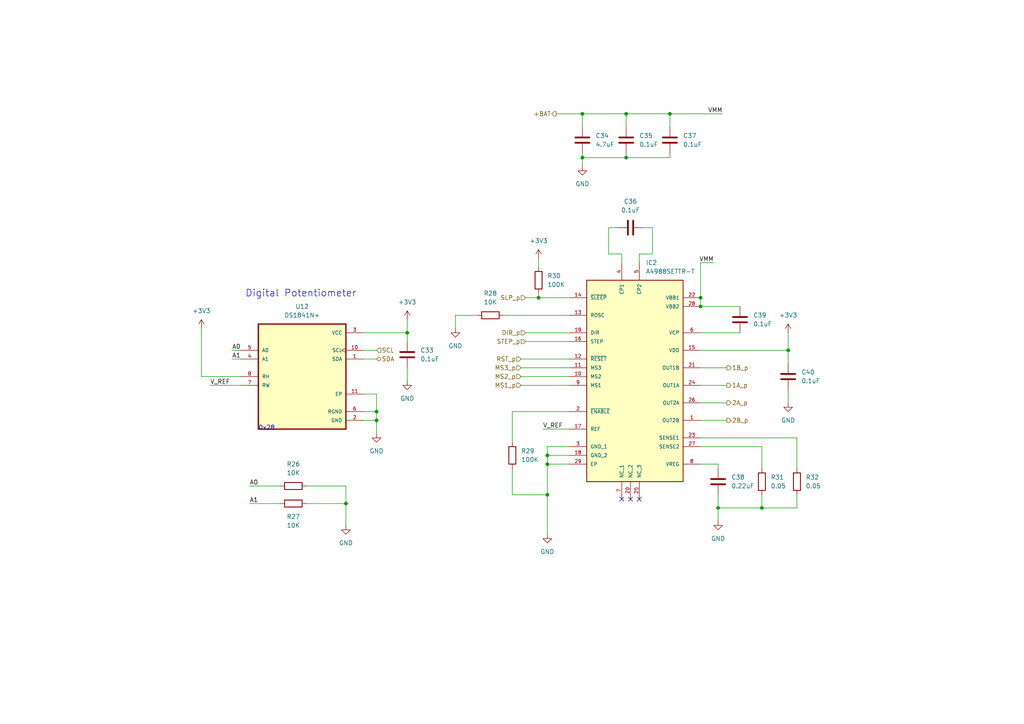
<source format=kicad_sch>
(kicad_sch (version 20211123) (generator eeschema)
  (paper "A4")
  (lib_symbols
    (symbol "A4988SETTR-T:A4988SETTR-T" (pin_names (offset 1.016))
      (property "Reference" "IC" (at -16.51 30.48 0))
      (property "Value" "A4988SETTR-T" (at -16.51 -33.02 0))
      (symbol "A4988SETTR-T_0_0"
        (rectangle (start -15.24 -30.48) (end 12.7 27.94) (stroke (width 0.254)) (fill (type background)))
        (pin bidirectional line (at 17.78 -12.7 180) (length 5.08) (name "OUT2B") (number "1"))
        (pin bidirectional line (at -20.32 0 0) (length 5.08) (name "MS2") (number "10"))
        (pin bidirectional line (at -20.32 2.54 0) (length 5.08) (name "MS3") (number "11"))
        (pin bidirectional line (at -20.32 5.08 0) (length 5.08) (name "~{RESET}") (number "12"))
        (pin bidirectional line (at -20.32 17.78 0) (length 5.08) (name "ROSC") (number "13"))
        (pin bidirectional line (at -20.32 22.86 0) (length 5.08) (name "~{SLEEP}") (number "14"))
        (pin bidirectional line (at 17.78 7.62 180) (length 5.08) (name "VDD") (number "15"))
        (pin bidirectional line (at -20.32 10.16 0) (length 5.08) (name "STEP") (number "16"))
        (pin bidirectional line (at -20.32 -15.24 0) (length 5.08) (name "REF") (number "17"))
        (pin bidirectional line (at -20.32 -22.86 0) (length 5.08) (name "GND_2") (number "18"))
        (pin bidirectional line (at -20.32 12.7 0) (length 5.08) (name "DIR") (number "19"))
        (pin bidirectional line (at -20.32 -10.16 0) (length 5.08) (name "~{ENABLE}") (number "2"))
        (pin bidirectional line (at -2.54 -35.56 90) (length 5.08) (name "NC_2") (number "20"))
        (pin bidirectional line (at 17.78 2.54 180) (length 5.08) (name "OUT1B") (number "21"))
        (pin bidirectional line (at 17.78 22.86 180) (length 5.08) (name "VBB1") (number "22"))
        (pin bidirectional line (at 17.78 -17.78 180) (length 5.08) (name "SENSE1") (number "23"))
        (pin bidirectional line (at 17.78 -2.54 180) (length 5.08) (name "OUT1A") (number "24"))
        (pin bidirectional line (at 0 -35.56 90) (length 5.08) (name "NC_3") (number "25"))
        (pin bidirectional line (at 17.78 -7.62 180) (length 5.08) (name "OUT2A") (number "26"))
        (pin bidirectional line (at 17.78 -20.32 180) (length 5.08) (name "SENSE2") (number "27"))
        (pin bidirectional line (at 17.78 20.32 180) (length 5.08) (name "VBB2") (number "28"))
        (pin bidirectional line (at -20.32 -25.4 0) (length 5.08) (name "EP") (number "29"))
        (pin bidirectional line (at -20.32 -20.32 0) (length 5.08) (name "GND_1") (number "3"))
        (pin bidirectional line (at -5.08 33.02 270) (length 5.08) (name "CP1") (number "4"))
        (pin bidirectional line (at 0 33.02 270) (length 5.08) (name "CP2") (number "5"))
        (pin bidirectional line (at 17.78 12.7 180) (length 5.08) (name "VCP") (number "6"))
        (pin bidirectional line (at -5.08 -35.56 90) (length 5.08) (name "NC_1") (number "7"))
        (pin bidirectional line (at 17.78 -25.4 180) (length 5.08) (name "VREG") (number "8"))
        (pin bidirectional line (at -20.32 -2.54 0) (length 5.08) (name "MS1") (number "9"))
      )
    )
    (symbol "DS1841N_:DS1841N+" (pin_names (offset 1.016))
      (property "Reference" "U" (at -12.7 16.2306 0))
      (property "Value" "DS1841N+" (at -12.7 -19.2278 0))
      (symbol "DS1841N+_0_0"
        (rectangle (start -12.7 -15.24) (end 12.7 15.24) (stroke (width 0.4064)) (fill (type background)))
        (pin bidirectional line (at 17.78 5.08 180) (length 5.08) (name "SDA") (number "1"))
        (pin input clock (at 17.78 7.62 180) (length 5.08) (name "SCL") (number "10"))
        (pin passive line (at 17.78 -5.08 180) (length 5.08) (name "EP") (number "11"))
        (pin power_in line (at 17.78 -12.7 180) (length 5.08) (name "GND") (number "2"))
        (pin power_in line (at 17.78 12.7 180) (length 5.08) (name "VCC") (number "3"))
        (pin input line (at -17.78 5.08 0) (length 5.08) (name "A1") (number "4"))
        (pin input line (at -17.78 7.62 0) (length 5.08) (name "A0") (number "5"))
        (pin power_in line (at 17.78 -10.16 180) (length 5.08) (name "RGND") (number "6"))
        (pin passive line (at -17.78 -2.54 0) (length 5.08) (name "RW") (number "7"))
        (pin passive line (at -17.78 0 0) (length 5.08) (name "RH") (number "8"))
      )
    )
    (symbol "Device:C" (pin_numbers hide) (pin_names (offset 0.254))
      (property "Reference" "C" (at 0.635 2.54 0))
      (property "Value" "C" (at 0.635 -2.54 0))
      (symbol "C_0_1"
        (polyline (pts (xy -2.032 -0.762) (xy 2.032 -0.762)) (stroke (width 0.508)))
        (polyline (pts (xy -2.032 0.762) (xy 2.032 0.762)) (stroke (width 0.508)))
      )
      (symbol "C_1_1"
        (pin passive line (at 0 3.81 270) (length 2.794) (name "~") (number "1"))
        (pin passive line (at 0 -3.81 90) (length 2.794) (name "~") (number "2"))
      )
    )
    (symbol "Device:R" (pin_numbers hide) (pin_names (offset 0))
      (property "Reference" "R" (at 2.032 0 90))
      (property "Value" "R" (at 0 0 90))
      (symbol "R_0_1"
        (rectangle (start -1.016 -2.54) (end 1.016 2.54) (stroke (width 0.254)))
      )
      (symbol "R_1_1"
        (pin passive line (at 0 3.81 270) (length 1.27) (name "~") (number "1"))
        (pin passive line (at 0 -3.81 90) (length 1.27) (name "~") (number "2"))
      )
    )
    (symbol "power:+3.3V" (power) (pin_names (offset 0))
      (property "Value" "+3.3V" (at 0 3.556 0))
      (symbol "+3.3V_0_1"
        (polyline (pts (xy -0.762 1.27) (xy 0 2.54)))
        (polyline (pts (xy 0 0) (xy 0 2.54)))
        (polyline (pts (xy 0 2.54) (xy 0.762 1.27)))
      )
      (symbol "+3.3V_1_1"
        (pin power_in line (at 0 0 90) (length 0) hide (name "+3V3") (number "1"))
      )
    )
    (symbol "power:GND" (power) (pin_names (offset 0))
      (property "Value" "GND" (at 0 -3.81 0))
      (symbol "GND_0_1"
        (polyline (pts (xy 0 0) (xy 0 -1.27) (xy 1.27 -1.27) (xy 0 -2.54) (xy -1.27 -1.27) (xy 0 -1.27)))
      )
      (symbol "GND_1_1"
        (pin power_in line (at 0 0 270) (length 0) hide (name "GND") (number "1"))
      )
    )
  )
  (junction (at 100.33 146.05))
  (junction (at 181.61 45.72))
  (junction (at 168.91 45.72))
  (junction (at 203.2 88.9))
  (junction (at 109.22 121.92))
  (junction (at 168.91 33.02))
  (junction (at 181.61 33.02))
  (junction (at 158.75 132.08))
  (junction (at 158.75 134.62))
  (junction (at 109.22 119.38))
  (junction (at 156.21 86.36))
  (junction (at 158.75 143.51))
  (junction (at 194.31 33.02))
  (junction (at 220.98 147.32))
  (junction (at 208.28 147.32))
  (junction (at 118.11 96.52))
  (junction (at 203.2 86.36))
  (junction (at 228.6 101.6))
  (no_connect (at 185.42 144.78))
  (no_connect (at 182.88 144.78))
  (no_connect (at 180.34 144.78))
  (wire (pts (xy 176.53 66.04) (xy 179.07 66.04)))
  (wire (pts (xy 152.4 99.06) (xy 165.1 99.06)))
  (wire (pts (xy 67.31 104.14) (xy 69.85 104.14)))
  (wire (pts (xy 168.91 44.45) (xy 168.91 45.72)))
  (wire (pts (xy 158.75 143.51) (xy 158.75 154.94)))
  (wire (pts (xy 105.41 114.3) (xy 109.22 114.3)))
  (wire (pts (xy 158.75 129.54) (xy 158.75 132.08)))
  (wire (pts (xy 208.28 147.32) (xy 208.28 151.13)))
  (wire (pts (xy 105.41 101.6) (xy 109.22 101.6)))
  (wire (pts (xy 105.41 104.14) (xy 109.22 104.14)))
  (wire (pts (xy 105.41 121.92) (xy 109.22 121.92)))
  (wire (pts (xy 220.98 147.32) (xy 208.28 147.32)))
  (wire (pts (xy 185.42 73.66) (xy 189.23 73.66)))
  (wire (pts (xy 203.2 106.68) (xy 210.82 106.68)))
  (wire (pts (xy 60.96 111.76) (xy 69.85 111.76)))
  (wire (pts (xy 168.91 33.02) (xy 181.61 33.02)))
  (wire (pts (xy 105.41 96.52) (xy 118.11 96.52)))
  (wire (pts (xy 151.13 106.68) (xy 165.1 106.68)))
  (wire (pts (xy 181.61 33.02) (xy 194.31 33.02)))
  (wire (pts (xy 180.34 73.66) (xy 176.53 73.66)))
  (wire (pts (xy 151.13 109.22) (xy 165.1 109.22)))
  (wire (pts (xy 207.01 76.2) (xy 203.2 76.2)))
  (wire (pts (xy 203.2 116.84) (xy 210.82 116.84)))
  (wire (pts (xy 228.6 101.6) (xy 228.6 105.41)))
  (wire (pts (xy 185.42 76.2) (xy 185.42 73.66)))
  (wire (pts (xy 203.2 111.76) (xy 210.82 111.76)))
  (wire (pts (xy 118.11 96.52) (xy 118.11 99.06)))
  (wire (pts (xy 161.29 33.02) (xy 168.91 33.02)))
  (wire (pts (xy 152.4 86.36) (xy 156.21 86.36)))
  (wire (pts (xy 72.39 140.97) (xy 81.28 140.97)))
  (wire (pts (xy 158.75 134.62) (xy 158.75 143.51)))
  (wire (pts (xy 189.23 73.66) (xy 189.23 66.04)))
  (wire (pts (xy 100.33 140.97) (xy 100.33 146.05)))
  (wire (pts (xy 148.59 135.89) (xy 148.59 143.51)))
  (wire (pts (xy 138.43 91.44) (xy 132.08 91.44)))
  (wire (pts (xy 165.1 129.54) (xy 158.75 129.54)))
  (wire (pts (xy 88.9 146.05) (xy 100.33 146.05)))
  (wire (pts (xy 168.91 33.02) (xy 168.91 36.83)))
  (wire (pts (xy 58.42 109.22) (xy 69.85 109.22)))
  (wire (pts (xy 118.11 92.71) (xy 118.11 96.52)))
  (wire (pts (xy 181.61 44.45) (xy 181.61 45.72)))
  (wire (pts (xy 181.61 33.02) (xy 181.61 36.83)))
  (wire (pts (xy 194.31 33.02) (xy 194.31 36.83)))
  (wire (pts (xy 168.91 45.72) (xy 181.61 45.72)))
  (wire (pts (xy 118.11 106.68) (xy 118.11 110.49)))
  (wire (pts (xy 152.4 96.52) (xy 165.1 96.52)))
  (wire (pts (xy 203.2 129.54) (xy 220.98 129.54)))
  (wire (pts (xy 203.2 134.62) (xy 208.28 134.62)))
  (wire (pts (xy 148.59 143.51) (xy 158.75 143.51)))
  (wire (pts (xy 165.1 86.36) (xy 156.21 86.36)))
  (wire (pts (xy 203.2 127) (xy 231.14 127)))
  (wire (pts (xy 194.31 44.45) (xy 194.31 45.72)))
  (wire (pts (xy 158.75 134.62) (xy 165.1 134.62)))
  (wire (pts (xy 208.28 134.62) (xy 208.28 135.89)))
  (wire (pts (xy 203.2 86.36) (xy 203.2 88.9)))
  (wire (pts (xy 203.2 76.2) (xy 203.2 86.36)))
  (wire (pts (xy 109.22 121.92) (xy 109.22 125.73)))
  (wire (pts (xy 194.31 33.02) (xy 209.55 33.02)))
  (wire (pts (xy 228.6 113.03) (xy 228.6 116.84)))
  (wire (pts (xy 100.33 146.05) (xy 100.33 152.4)))
  (wire (pts (xy 203.2 96.52) (xy 214.63 96.52)))
  (wire (pts (xy 109.22 119.38) (xy 109.22 121.92)))
  (wire (pts (xy 148.59 119.38) (xy 148.59 128.27)))
  (wire (pts (xy 146.05 91.44) (xy 165.1 91.44)))
  (wire (pts (xy 109.22 114.3) (xy 109.22 119.38)))
  (wire (pts (xy 132.08 91.44) (xy 132.08 95.25)))
  (wire (pts (xy 228.6 96.52) (xy 228.6 101.6)))
  (wire (pts (xy 151.13 111.76) (xy 165.1 111.76)))
  (wire (pts (xy 158.75 132.08) (xy 158.75 134.62)))
  (wire (pts (xy 148.59 119.38) (xy 165.1 119.38)))
  (wire (pts (xy 231.14 127) (xy 231.14 135.89)))
  (wire (pts (xy 176.53 73.66) (xy 176.53 66.04)))
  (wire (pts (xy 203.2 88.9) (xy 214.63 88.9)))
  (wire (pts (xy 189.23 66.04) (xy 186.69 66.04)))
  (wire (pts (xy 157.48 124.46) (xy 165.1 124.46)))
  (wire (pts (xy 180.34 76.2) (xy 180.34 73.66)))
  (wire (pts (xy 151.13 104.14) (xy 165.1 104.14)))
  (wire (pts (xy 220.98 143.51) (xy 220.98 147.32)))
  (wire (pts (xy 220.98 147.32) (xy 231.14 147.32)))
  (wire (pts (xy 105.41 119.38) (xy 109.22 119.38)))
  (wire (pts (xy 156.21 74.93) (xy 156.21 77.47)))
  (wire (pts (xy 203.2 121.92) (xy 210.82 121.92)))
  (wire (pts (xy 231.14 143.51) (xy 231.14 147.32)))
  (wire (pts (xy 72.39 146.05) (xy 81.28 146.05)))
  (wire (pts (xy 220.98 129.54) (xy 220.98 135.89)))
  (wire (pts (xy 228.6 101.6) (xy 203.2 101.6)))
  (wire (pts (xy 67.31 101.6) (xy 69.85 101.6)))
  (wire (pts (xy 88.9 140.97) (xy 100.33 140.97)))
  (wire (pts (xy 181.61 45.72) (xy 194.31 45.72)))
  (wire (pts (xy 208.28 143.51) (xy 208.28 147.32)))
  (wire (pts (xy 58.42 95.25) (xy 58.42 109.22)))
  (wire (pts (xy 158.75 132.08) (xy 165.1 132.08)))
  (wire (pts (xy 168.91 45.72) (xy 168.91 48.26)))
  (wire (pts (xy 156.21 86.36) (xy 156.21 85.09)))
  (text "0x28\n\n" (at 74.93 127 0) (effects (font (size 1.27 1.27)) (justify left bottom)))
  (text "Digital Potentiometer" (at 71.12 86.36 0) (effects (font (size 2 2)) (justify left bottom)))
  (label "V_REF" (at 60.96 111.76 0))
  (label "VMM" (at 209.55 33.02 180))
  (label "A0" (at 72.39 140.97 0))
  (label "A1" (at 67.31 104.14 0))
  (label "A1" (at 72.39 146.05 0))
  (label "A0" (at 67.31 101.6 0))
  (label "V_REF" (at 157.48 124.46 0))
  (label "VMM" (at 207.01 76.2 180))
  (hierarchical_label "1B_p" (shape output) (at 210.82 106.68 0))
  (hierarchical_label "SCL" (shape input) (at 109.22 101.6 0))
  (hierarchical_label "2B_p" (shape output) (at 210.82 121.92 0))
  (hierarchical_label "MS2_p" (shape input) (at 151.13 109.22 180))
  (hierarchical_label "SDA" (shape bidirectional) (at 109.22 104.14 0))
  (hierarchical_label "MS1_p" (shape input) (at 151.13 111.76 180))
  (hierarchical_label "DIR_p" (shape input) (at 152.4 96.52 180))
  (hierarchical_label "1A_p" (shape output) (at 210.82 111.76 0))
  (hierarchical_label "STEP_p" (shape input) (at 152.4 99.06 180))
  (hierarchical_label "SLP_p" (shape input) (at 152.4 86.36 180))
  (hierarchical_label "MS3_p" (shape input) (at 151.13 106.68 180))
  (hierarchical_label "RST_p" (shape input) (at 151.13 104.14 180))
  (hierarchical_label "+BAT" (shape output) (at 161.29 33.02 180))
  (hierarchical_label "2A_p" (shape output) (at 210.82 116.84 0))
  (symbol (lib_id "power:GND") (at 208.28 151.13 0) (unit 1)
    (property "Reference" "#PWR067" (effects hide))
    (property "Value" "GND" (at 208.28 156.21 0))
  )
  (symbol (lib_id "Device:R") (at 156.21 81.28 0) (unit 1)
    (property "Reference" "R30" (at 158.75 80.0099 0) (effects (justify left)))
    (property "Value" "100K" (at 158.75 82.5499 0) (effects (justify left)))
    (property "Footprint" "Resistor_SMD:R_0603_1608Metric" (effects hide))
  )
  (symbol (lib_id "power:+3.3V") (at 118.11 92.71 0) (unit 1)
    (property "Reference" "#PWR061" (effects hide))
    (property "Value" "+3.3V" (at 118.11 87.63 0))
  )
  (symbol (lib_id "Device:R") (at 142.24 91.44 90) (unit 1)
    (property "Reference" "R28" (at 142.24 85.09 90))
    (property "Value" "10K" (at 142.24 87.63 90))
    (property "Footprint" "Resistor_SMD:R_0603_1608Metric" (effects hide))
  )
  (symbol (lib_id "Device:C") (at 118.11 102.87 0) (unit 1)
    (property "Reference" "C33" (at 121.92 101.5999 0) (effects (justify left)))
    (property "Value" "0.1uF" (at 121.92 104.1399 0) (effects (justify left)))
    (property "Footprint" "Capacitor_SMD:C_0603_1608Metric" (effects hide))
  )
  (symbol (lib_id "power:GND") (at 228.6 116.84 0) (unit 1)
    (property "Reference" "#PWR069" (effects hide))
    (property "Value" "GND" (at 228.6 121.92 0))
  )
  (symbol (lib_id "Device:C") (at 182.88 66.04 90) (unit 1)
    (property "Reference" "C36" (at 182.88 58.42 90))
    (property "Value" "0.1uF" (at 182.88 60.96 90))
    (property "Footprint" "Capacitor_SMD:C_0603_1608Metric" (effects hide))
  )
  (symbol (lib_id "power:+3.3V") (at 228.6 96.52 0) (unit 1)
    (property "Reference" "#PWR068" (effects hide))
    (property "Value" "+3.3V" (at 228.6 91.44 0))
  )
  (symbol (lib_id "Device:R") (at 85.09 140.97 270) (unit 1)
    (property "Reference" "R26" (at 85.09 134.62 90))
    (property "Value" "10K" (at 85.09 137.16 90))
    (property "Footprint" "Resistor_SMD:R_0603_1608Metric" (effects hide))
  )
  (symbol (lib_id "A4988SETTR-T:A4988SETTR-T") (at 185.42 109.22 0) (unit 1)
    (property "Reference" "IC2" (at 187.2997 76.2 0) (effects (justify left)))
    (property "Value" "A4988SETTR-T" (at 187.2997 78.74 0) (effects (justify left)))
    (property "Footprint" "A4988SETTR-T:QFN50P500X500X100-29N" (effects hide))
    (property "MANUFACTURER_PART_NUMBER" "A4988SETTR-T" (effects hide))
    (property "DESCRIPTION" "DMOS Microstepping Driver with Translator  and Overcurrent Protection" (effects hide))
    (property "MANUFACTURER_NAME" "Allegro Microsystems" (effects hide))
    (property "HEIGHT" "1mm" (effects hide))
  )
  (symbol (lib_id "power:GND") (at 158.75 154.94 0) (unit 1)
    (property "Reference" "#PWR065" (effects hide))
    (property "Value" "GND" (at 158.75 160.02 0))
  )
  (symbol (lib_id "power:GND") (at 132.08 95.25 0) (unit 1)
    (property "Reference" "#PWR063" (effects hide))
    (property "Value" "GND" (at 132.08 100.33 0))
  )
  (symbol (lib_id "power:GND") (at 168.91 48.26 0) (unit 1)
    (property "Reference" "#PWR066" (effects hide))
    (property "Value" "GND" (at 168.91 53.34 0))
  )
  (symbol (lib_id "Device:R") (at 85.09 146.05 90) (unit 1)
    (property "Reference" "R27" (at 85.09 149.86 90))
    (property "Value" "10K" (at 85.09 152.4 90))
    (property "Footprint" "Resistor_SMD:R_0603_1608Metric" (effects hide))
  )
  (symbol (lib_id "Device:C") (at 168.91 40.64 0) (unit 1)
    (property "Reference" "C34" (at 172.72 39.3699 0) (effects (justify left)))
    (property "Value" "4.7uF" (at 172.72 41.9099 0) (effects (justify left)))
    (property "Footprint" "Capacitor_SMD:C_0603_1608Metric" (effects hide))
  )
  (symbol (lib_id "Device:C") (at 208.28 139.7 0) (unit 1)
    (property "Reference" "C38" (at 212.09 138.4299 0) (effects (justify left)))
    (property "Value" "0.22uF" (at 212.09 140.9699 0) (effects (justify left)))
    (property "Footprint" "Capacitor_SMD:C_0603_1608Metric" (effects hide))
  )
  (symbol (lib_id "Device:C") (at 194.31 40.64 0) (unit 1)
    (property "Reference" "C37" (at 198.12 39.3699 0) (effects (justify left)))
    (property "Value" "0.1uF" (at 198.12 41.9099 0) (effects (justify left)))
    (property "Footprint" "Capacitor_SMD:C_0603_1608Metric" (effects hide))
  )
  (symbol (lib_id "Device:R") (at 148.59 132.08 0) (unit 1)
    (property "Reference" "R29" (at 151.13 130.8099 0) (effects (justify left)))
    (property "Value" "100K" (at 151.13 133.3499 0) (effects (justify left)))
    (property "Footprint" "Resistor_SMD:R_0603_1608Metric" (effects hide))
  )
  (symbol (lib_id "Device:C") (at 214.63 92.71 0) (unit 1)
    (property "Reference" "C39" (at 218.44 91.4399 0) (effects (justify left)))
    (property "Value" "0.1uF" (at 218.44 93.9799 0) (effects (justify left)))
    (property "Footprint" "Capacitor_SMD:C_0603_1608Metric" (effects hide))
  )
  (symbol (lib_id "DS1841N_:DS1841N+") (at 87.63 109.22 0) (unit 1)
    (property "Reference" "U12" (at 87.63 88.9 0))
    (property "Value" "DS1841N+" (at 87.63 91.44 0))
    (property "Footprint" "DS1841N_:SON50P300X300X80-11N" (effects hide))
    (property "MP" "DS1841N+" (effects hide))
    (property "AVAILABILITY" "Unavailable" (effects hide))
    (property "PACKAGE" "TDFN-EP-10 Maxim" (effects hide))
    (property "DESCRIPTION" "Digital Potentiometer 22k Ohm 1 Circuit 128 Taps I²C Interface 10-TDFN-EP _3x3_" (effects hide))
    (property "PRICE" "None" (effects hide))
    (property "MF" "Maxim Integrated" (effects hide))
  )
  (symbol (lib_id "power:+3.3V") (at 58.42 95.25 0) (unit 1)
    (property "Reference" "#PWR058" (effects hide))
    (property "Value" "+3.3V" (at 58.42 90.17 0))
  )
  (symbol (lib_id "Device:R") (at 231.14 139.7 0) (unit 1)
    (property "Reference" "R32" (at 233.68 138.4299 0) (effects (justify left)))
    (property "Value" "0.05" (at 233.68 140.9699 0) (effects (justify left)))
    (property "Footprint" "Resistor_SMD:R_0603_1608Metric" (effects hide))
  )
  (symbol (lib_id "power:GND") (at 109.22 125.73 0) (unit 1)
    (property "Reference" "#PWR060" (effects hide))
    (property "Value" "GND" (at 109.22 130.81 0))
  )
  (symbol (lib_id "power:GND") (at 100.33 152.4 0) (unit 1)
    (property "Reference" "#PWR059" (effects hide))
    (property "Value" "GND" (at 100.33 157.48 0))
  )
  (symbol (lib_id "Device:C") (at 228.6 109.22 0) (unit 1)
    (property "Reference" "C40" (at 232.41 107.9499 0) (effects (justify left)))
    (property "Value" "0.1uF" (at 232.41 110.4899 0) (effects (justify left)))
    (property "Footprint" "Capacitor_SMD:C_0603_1608Metric" (effects hide))
  )
  (symbol (lib_id "power:+3.3V") (at 156.21 74.93 0) (unit 1)
    (property "Reference" "#PWR064" (effects hide))
    (property "Value" "+3.3V" (at 156.21 69.85 0))
  )
  (symbol (lib_id "Device:C") (at 181.61 40.64 0) (unit 1)
    (property "Reference" "C35" (at 185.42 39.3699 0) (effects (justify left)))
    (property "Value" "0.1uF" (at 185.42 41.9099 0) (effects (justify left)))
    (property "Footprint" "Capacitor_SMD:C_0603_1608Metric" (effects hide))
  )
  (symbol (lib_id "power:GND") (at 118.11 110.49 0) (unit 1)
    (property "Reference" "#PWR062" (effects hide))
    (property "Value" "GND" (at 118.11 115.57 0))
  )
  (symbol (lib_id "Device:R") (at 220.98 139.7 0) (unit 1)
    (property "Reference" "R31" (at 223.52 138.4299 0) (effects (justify left)))
    (property "Value" "0.05" (at 223.52 140.9699 0) (effects (justify left)))
    (property "Footprint" "Resistor_SMD:R_0603_1608Metric" (effects hide))
  )
)
</source>
